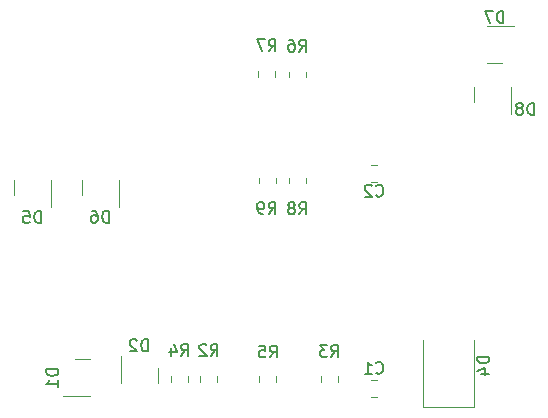
<source format=gbr>
%TF.GenerationSoftware,KiCad,Pcbnew,(6.0.6)*%
%TF.CreationDate,2022-08-29T19:16:39-03:00*%
%TF.ProjectId,Shield_Esp32,53686965-6c64-45f4-9573-7033322e6b69,rev?*%
%TF.SameCoordinates,Original*%
%TF.FileFunction,Legend,Bot*%
%TF.FilePolarity,Positive*%
%FSLAX46Y46*%
G04 Gerber Fmt 4.6, Leading zero omitted, Abs format (unit mm)*
G04 Created by KiCad (PCBNEW (6.0.6)) date 2022-08-29 19:16:39*
%MOMM*%
%LPD*%
G01*
G04 APERTURE LIST*
%ADD10C,0.150000*%
%ADD11C,0.120000*%
G04 APERTURE END LIST*
D10*
%TO.C,D4*%
X197652380Y-106911904D02*
X196652380Y-106911904D01*
X196652380Y-107150000D01*
X196700000Y-107292857D01*
X196795238Y-107388095D01*
X196890476Y-107435714D01*
X197080952Y-107483333D01*
X197223809Y-107483333D01*
X197414285Y-107435714D01*
X197509523Y-107388095D01*
X197604761Y-107292857D01*
X197652380Y-107150000D01*
X197652380Y-106911904D01*
X196985714Y-108340476D02*
X197652380Y-108340476D01*
X196604761Y-108102380D02*
X197319047Y-107864285D01*
X197319047Y-108483333D01*
%TO.C,D2*%
X168738095Y-106452380D02*
X168738095Y-105452380D01*
X168500000Y-105452380D01*
X168357142Y-105500000D01*
X168261904Y-105595238D01*
X168214285Y-105690476D01*
X168166666Y-105880952D01*
X168166666Y-106023809D01*
X168214285Y-106214285D01*
X168261904Y-106309523D01*
X168357142Y-106404761D01*
X168500000Y-106452380D01*
X168738095Y-106452380D01*
X167785714Y-105547619D02*
X167738095Y-105500000D01*
X167642857Y-105452380D01*
X167404761Y-105452380D01*
X167309523Y-105500000D01*
X167261904Y-105547619D01*
X167214285Y-105642857D01*
X167214285Y-105738095D01*
X167261904Y-105880952D01*
X167833333Y-106452380D01*
X167214285Y-106452380D01*
%TO.C,R8*%
X181566666Y-94852380D02*
X181900000Y-94376190D01*
X182138095Y-94852380D02*
X182138095Y-93852380D01*
X181757142Y-93852380D01*
X181661904Y-93900000D01*
X181614285Y-93947619D01*
X181566666Y-94042857D01*
X181566666Y-94185714D01*
X181614285Y-94280952D01*
X181661904Y-94328571D01*
X181757142Y-94376190D01*
X182138095Y-94376190D01*
X180995238Y-94280952D02*
X181090476Y-94233333D01*
X181138095Y-94185714D01*
X181185714Y-94090476D01*
X181185714Y-94042857D01*
X181138095Y-93947619D01*
X181090476Y-93900000D01*
X180995238Y-93852380D01*
X180804761Y-93852380D01*
X180709523Y-93900000D01*
X180661904Y-93947619D01*
X180614285Y-94042857D01*
X180614285Y-94090476D01*
X180661904Y-94185714D01*
X180709523Y-94233333D01*
X180804761Y-94280952D01*
X180995238Y-94280952D01*
X181090476Y-94328571D01*
X181138095Y-94376190D01*
X181185714Y-94471428D01*
X181185714Y-94661904D01*
X181138095Y-94757142D01*
X181090476Y-94804761D01*
X180995238Y-94852380D01*
X180804761Y-94852380D01*
X180709523Y-94804761D01*
X180661904Y-94757142D01*
X180614285Y-94661904D01*
X180614285Y-94471428D01*
X180661904Y-94376190D01*
X180709523Y-94328571D01*
X180804761Y-94280952D01*
%TO.C,R4*%
X171566666Y-106852380D02*
X171900000Y-106376190D01*
X172138095Y-106852380D02*
X172138095Y-105852380D01*
X171757142Y-105852380D01*
X171661904Y-105900000D01*
X171614285Y-105947619D01*
X171566666Y-106042857D01*
X171566666Y-106185714D01*
X171614285Y-106280952D01*
X171661904Y-106328571D01*
X171757142Y-106376190D01*
X172138095Y-106376190D01*
X170709523Y-106185714D02*
X170709523Y-106852380D01*
X170947619Y-105804761D02*
X171185714Y-106519047D01*
X170566666Y-106519047D01*
%TO.C,R3*%
X184266666Y-106939880D02*
X184600000Y-106463690D01*
X184838095Y-106939880D02*
X184838095Y-105939880D01*
X184457142Y-105939880D01*
X184361904Y-105987500D01*
X184314285Y-106035119D01*
X184266666Y-106130357D01*
X184266666Y-106273214D01*
X184314285Y-106368452D01*
X184361904Y-106416071D01*
X184457142Y-106463690D01*
X184838095Y-106463690D01*
X183933333Y-105939880D02*
X183314285Y-105939880D01*
X183647619Y-106320833D01*
X183504761Y-106320833D01*
X183409523Y-106368452D01*
X183361904Y-106416071D01*
X183314285Y-106511309D01*
X183314285Y-106749404D01*
X183361904Y-106844642D01*
X183409523Y-106892261D01*
X183504761Y-106939880D01*
X183790476Y-106939880D01*
X183885714Y-106892261D01*
X183933333Y-106844642D01*
%TO.C,R2*%
X174066666Y-106852380D02*
X174400000Y-106376190D01*
X174638095Y-106852380D02*
X174638095Y-105852380D01*
X174257142Y-105852380D01*
X174161904Y-105900000D01*
X174114285Y-105947619D01*
X174066666Y-106042857D01*
X174066666Y-106185714D01*
X174114285Y-106280952D01*
X174161904Y-106328571D01*
X174257142Y-106376190D01*
X174638095Y-106376190D01*
X173685714Y-105947619D02*
X173638095Y-105900000D01*
X173542857Y-105852380D01*
X173304761Y-105852380D01*
X173209523Y-105900000D01*
X173161904Y-105947619D01*
X173114285Y-106042857D01*
X173114285Y-106138095D01*
X173161904Y-106280952D01*
X173733333Y-106852380D01*
X173114285Y-106852380D01*
%TO.C,C1*%
X188066666Y-108257142D02*
X188114285Y-108304761D01*
X188257142Y-108352380D01*
X188352380Y-108352380D01*
X188495238Y-108304761D01*
X188590476Y-108209523D01*
X188638095Y-108114285D01*
X188685714Y-107923809D01*
X188685714Y-107780952D01*
X188638095Y-107590476D01*
X188590476Y-107495238D01*
X188495238Y-107400000D01*
X188352380Y-107352380D01*
X188257142Y-107352380D01*
X188114285Y-107400000D01*
X188066666Y-107447619D01*
X187114285Y-108352380D02*
X187685714Y-108352380D01*
X187400000Y-108352380D02*
X187400000Y-107352380D01*
X187495238Y-107495238D01*
X187590476Y-107590476D01*
X187685714Y-107638095D01*
%TO.C,C2*%
X188066666Y-93257142D02*
X188114285Y-93304761D01*
X188257142Y-93352380D01*
X188352380Y-93352380D01*
X188495238Y-93304761D01*
X188590476Y-93209523D01*
X188638095Y-93114285D01*
X188685714Y-92923809D01*
X188685714Y-92780952D01*
X188638095Y-92590476D01*
X188590476Y-92495238D01*
X188495238Y-92400000D01*
X188352380Y-92352380D01*
X188257142Y-92352380D01*
X188114285Y-92400000D01*
X188066666Y-92447619D01*
X187685714Y-92447619D02*
X187638095Y-92400000D01*
X187542857Y-92352380D01*
X187304761Y-92352380D01*
X187209523Y-92400000D01*
X187161904Y-92447619D01*
X187114285Y-92542857D01*
X187114285Y-92638095D01*
X187161904Y-92780952D01*
X187733333Y-93352380D01*
X187114285Y-93352380D01*
%TO.C,R9*%
X178966666Y-94827380D02*
X179300000Y-94351190D01*
X179538095Y-94827380D02*
X179538095Y-93827380D01*
X179157142Y-93827380D01*
X179061904Y-93875000D01*
X179014285Y-93922619D01*
X178966666Y-94017857D01*
X178966666Y-94160714D01*
X179014285Y-94255952D01*
X179061904Y-94303571D01*
X179157142Y-94351190D01*
X179538095Y-94351190D01*
X178490476Y-94827380D02*
X178300000Y-94827380D01*
X178204761Y-94779761D01*
X178157142Y-94732142D01*
X178061904Y-94589285D01*
X178014285Y-94398809D01*
X178014285Y-94017857D01*
X178061904Y-93922619D01*
X178109523Y-93875000D01*
X178204761Y-93827380D01*
X178395238Y-93827380D01*
X178490476Y-93875000D01*
X178538095Y-93922619D01*
X178585714Y-94017857D01*
X178585714Y-94255952D01*
X178538095Y-94351190D01*
X178490476Y-94398809D01*
X178395238Y-94446428D01*
X178204761Y-94446428D01*
X178109523Y-94398809D01*
X178061904Y-94351190D01*
X178014285Y-94255952D01*
%TO.C,R5*%
X179066666Y-106964880D02*
X179400000Y-106488690D01*
X179638095Y-106964880D02*
X179638095Y-105964880D01*
X179257142Y-105964880D01*
X179161904Y-106012500D01*
X179114285Y-106060119D01*
X179066666Y-106155357D01*
X179066666Y-106298214D01*
X179114285Y-106393452D01*
X179161904Y-106441071D01*
X179257142Y-106488690D01*
X179638095Y-106488690D01*
X178161904Y-105964880D02*
X178638095Y-105964880D01*
X178685714Y-106441071D01*
X178638095Y-106393452D01*
X178542857Y-106345833D01*
X178304761Y-106345833D01*
X178209523Y-106393452D01*
X178161904Y-106441071D01*
X178114285Y-106536309D01*
X178114285Y-106774404D01*
X178161904Y-106869642D01*
X178209523Y-106917261D01*
X178304761Y-106964880D01*
X178542857Y-106964880D01*
X178638095Y-106917261D01*
X178685714Y-106869642D01*
%TO.C,D7*%
X198838095Y-78652380D02*
X198838095Y-77652380D01*
X198600000Y-77652380D01*
X198457142Y-77700000D01*
X198361904Y-77795238D01*
X198314285Y-77890476D01*
X198266666Y-78080952D01*
X198266666Y-78223809D01*
X198314285Y-78414285D01*
X198361904Y-78509523D01*
X198457142Y-78604761D01*
X198600000Y-78652380D01*
X198838095Y-78652380D01*
X197933333Y-77652380D02*
X197266666Y-77652380D01*
X197695238Y-78652380D01*
%TO.C,D8*%
X201438095Y-86452380D02*
X201438095Y-85452380D01*
X201200000Y-85452380D01*
X201057142Y-85500000D01*
X200961904Y-85595238D01*
X200914285Y-85690476D01*
X200866666Y-85880952D01*
X200866666Y-86023809D01*
X200914285Y-86214285D01*
X200961904Y-86309523D01*
X201057142Y-86404761D01*
X201200000Y-86452380D01*
X201438095Y-86452380D01*
X200295238Y-85880952D02*
X200390476Y-85833333D01*
X200438095Y-85785714D01*
X200485714Y-85690476D01*
X200485714Y-85642857D01*
X200438095Y-85547619D01*
X200390476Y-85500000D01*
X200295238Y-85452380D01*
X200104761Y-85452380D01*
X200009523Y-85500000D01*
X199961904Y-85547619D01*
X199914285Y-85642857D01*
X199914285Y-85690476D01*
X199961904Y-85785714D01*
X200009523Y-85833333D01*
X200104761Y-85880952D01*
X200295238Y-85880952D01*
X200390476Y-85928571D01*
X200438095Y-85976190D01*
X200485714Y-86071428D01*
X200485714Y-86261904D01*
X200438095Y-86357142D01*
X200390476Y-86404761D01*
X200295238Y-86452380D01*
X200104761Y-86452380D01*
X200009523Y-86404761D01*
X199961904Y-86357142D01*
X199914285Y-86261904D01*
X199914285Y-86071428D01*
X199961904Y-85976190D01*
X200009523Y-85928571D01*
X200104761Y-85880952D01*
%TO.C,D6*%
X165438095Y-95552380D02*
X165438095Y-94552380D01*
X165200000Y-94552380D01*
X165057142Y-94600000D01*
X164961904Y-94695238D01*
X164914285Y-94790476D01*
X164866666Y-94980952D01*
X164866666Y-95123809D01*
X164914285Y-95314285D01*
X164961904Y-95409523D01*
X165057142Y-95504761D01*
X165200000Y-95552380D01*
X165438095Y-95552380D01*
X164009523Y-94552380D02*
X164200000Y-94552380D01*
X164295238Y-94600000D01*
X164342857Y-94647619D01*
X164438095Y-94790476D01*
X164485714Y-94980952D01*
X164485714Y-95361904D01*
X164438095Y-95457142D01*
X164390476Y-95504761D01*
X164295238Y-95552380D01*
X164104761Y-95552380D01*
X164009523Y-95504761D01*
X163961904Y-95457142D01*
X163914285Y-95361904D01*
X163914285Y-95123809D01*
X163961904Y-95028571D01*
X164009523Y-94980952D01*
X164104761Y-94933333D01*
X164295238Y-94933333D01*
X164390476Y-94980952D01*
X164438095Y-95028571D01*
X164485714Y-95123809D01*
%TO.C,R6*%
X181566666Y-81077380D02*
X181900000Y-80601190D01*
X182138095Y-81077380D02*
X182138095Y-80077380D01*
X181757142Y-80077380D01*
X181661904Y-80125000D01*
X181614285Y-80172619D01*
X181566666Y-80267857D01*
X181566666Y-80410714D01*
X181614285Y-80505952D01*
X181661904Y-80553571D01*
X181757142Y-80601190D01*
X182138095Y-80601190D01*
X180709523Y-80077380D02*
X180900000Y-80077380D01*
X180995238Y-80125000D01*
X181042857Y-80172619D01*
X181138095Y-80315476D01*
X181185714Y-80505952D01*
X181185714Y-80886904D01*
X181138095Y-80982142D01*
X181090476Y-81029761D01*
X180995238Y-81077380D01*
X180804761Y-81077380D01*
X180709523Y-81029761D01*
X180661904Y-80982142D01*
X180614285Y-80886904D01*
X180614285Y-80648809D01*
X180661904Y-80553571D01*
X180709523Y-80505952D01*
X180804761Y-80458333D01*
X180995238Y-80458333D01*
X181090476Y-80505952D01*
X181138095Y-80553571D01*
X181185714Y-80648809D01*
%TO.C,D1*%
X161152380Y-107961904D02*
X160152380Y-107961904D01*
X160152380Y-108200000D01*
X160200000Y-108342857D01*
X160295238Y-108438095D01*
X160390476Y-108485714D01*
X160580952Y-108533333D01*
X160723809Y-108533333D01*
X160914285Y-108485714D01*
X161009523Y-108438095D01*
X161104761Y-108342857D01*
X161152380Y-108200000D01*
X161152380Y-107961904D01*
X161152380Y-109485714D02*
X161152380Y-108914285D01*
X161152380Y-109200000D02*
X160152380Y-109200000D01*
X160295238Y-109104761D01*
X160390476Y-109009523D01*
X160438095Y-108914285D01*
%TO.C,R7*%
X178966666Y-81052380D02*
X179300000Y-80576190D01*
X179538095Y-81052380D02*
X179538095Y-80052380D01*
X179157142Y-80052380D01*
X179061904Y-80100000D01*
X179014285Y-80147619D01*
X178966666Y-80242857D01*
X178966666Y-80385714D01*
X179014285Y-80480952D01*
X179061904Y-80528571D01*
X179157142Y-80576190D01*
X179538095Y-80576190D01*
X178633333Y-80052380D02*
X177966666Y-80052380D01*
X178395238Y-81052380D01*
%TO.C,D5*%
X159688095Y-95577380D02*
X159688095Y-94577380D01*
X159450000Y-94577380D01*
X159307142Y-94625000D01*
X159211904Y-94720238D01*
X159164285Y-94815476D01*
X159116666Y-95005952D01*
X159116666Y-95148809D01*
X159164285Y-95339285D01*
X159211904Y-95434523D01*
X159307142Y-95529761D01*
X159450000Y-95577380D01*
X159688095Y-95577380D01*
X158211904Y-94577380D02*
X158688095Y-94577380D01*
X158735714Y-95053571D01*
X158688095Y-95005952D01*
X158592857Y-94958333D01*
X158354761Y-94958333D01*
X158259523Y-95005952D01*
X158211904Y-95053571D01*
X158164285Y-95148809D01*
X158164285Y-95386904D01*
X158211904Y-95482142D01*
X158259523Y-95529761D01*
X158354761Y-95577380D01*
X158592857Y-95577380D01*
X158688095Y-95529761D01*
X158735714Y-95482142D01*
D11*
%TO.C,D4*%
X192050000Y-111200000D02*
X192050000Y-105500000D01*
X196350000Y-111200000D02*
X196350000Y-105500000D01*
X196350000Y-111200000D02*
X192050000Y-111200000D01*
%TO.C,D2*%
X169560000Y-108500000D02*
X169560000Y-109150000D01*
X166440000Y-108500000D02*
X166440000Y-109150000D01*
X169560000Y-108500000D02*
X169560000Y-107850000D01*
X166440000Y-108500000D02*
X166440000Y-106825000D01*
%TO.C,R8*%
X180665000Y-91760436D02*
X180665000Y-92214564D01*
X182135000Y-91760436D02*
X182135000Y-92214564D01*
%TO.C,R4*%
X172135000Y-109027064D02*
X172135000Y-108572936D01*
X170665000Y-109027064D02*
X170665000Y-108572936D01*
%TO.C,R3*%
X184835000Y-109014564D02*
X184835000Y-108560436D01*
X183365000Y-109014564D02*
X183365000Y-108560436D01*
%TO.C,R2*%
X174635000Y-109039564D02*
X174635000Y-108585436D01*
X173165000Y-109039564D02*
X173165000Y-108585436D01*
%TO.C,C1*%
X188123752Y-108865000D02*
X187601248Y-108865000D01*
X188123752Y-110335000D02*
X187601248Y-110335000D01*
%TO.C,C2*%
X188161252Y-92135000D02*
X187638748Y-92135000D01*
X188161252Y-90665000D02*
X187638748Y-90665000D01*
%TO.C,R9*%
X178165000Y-91760436D02*
X178165000Y-92214564D01*
X179635000Y-91760436D02*
X179635000Y-92214564D01*
%TO.C,R5*%
X178165000Y-109039564D02*
X178165000Y-108585436D01*
X179635000Y-109039564D02*
X179635000Y-108585436D01*
%TO.C,D7*%
X198100000Y-78940000D02*
X197450000Y-78940000D01*
X198100000Y-78940000D02*
X199775000Y-78940000D01*
X198100000Y-82060000D02*
X197450000Y-82060000D01*
X198100000Y-82060000D02*
X198750000Y-82060000D01*
%TO.C,D8*%
X199460000Y-84700000D02*
X199460000Y-86375000D01*
X196340000Y-84700000D02*
X196340000Y-85350000D01*
X199460000Y-84700000D02*
X199460000Y-84050000D01*
X196340000Y-84700000D02*
X196340000Y-84050000D01*
%TO.C,D6*%
X166260000Y-92600000D02*
X166260000Y-91950000D01*
X163140000Y-92600000D02*
X163140000Y-93250000D01*
X163140000Y-92600000D02*
X163140000Y-91950000D01*
X166260000Y-92600000D02*
X166260000Y-94275000D01*
%TO.C,R6*%
X182135000Y-82785436D02*
X182135000Y-83239564D01*
X180665000Y-82785436D02*
X180665000Y-83239564D01*
%TO.C,D1*%
X163200000Y-107140000D02*
X162550000Y-107140000D01*
X163200000Y-110260000D02*
X161525000Y-110260000D01*
X163200000Y-110260000D02*
X163850000Y-110260000D01*
X163200000Y-107140000D02*
X163850000Y-107140000D01*
%TO.C,R7*%
X178065000Y-82760436D02*
X178065000Y-83214564D01*
X179535000Y-82760436D02*
X179535000Y-83214564D01*
%TO.C,D5*%
X157390000Y-92562500D02*
X157390000Y-93212500D01*
X160510000Y-92562500D02*
X160510000Y-94237500D01*
X157390000Y-92562500D02*
X157390000Y-91912500D01*
X160510000Y-92562500D02*
X160510000Y-91912500D01*
%TD*%
M02*

</source>
